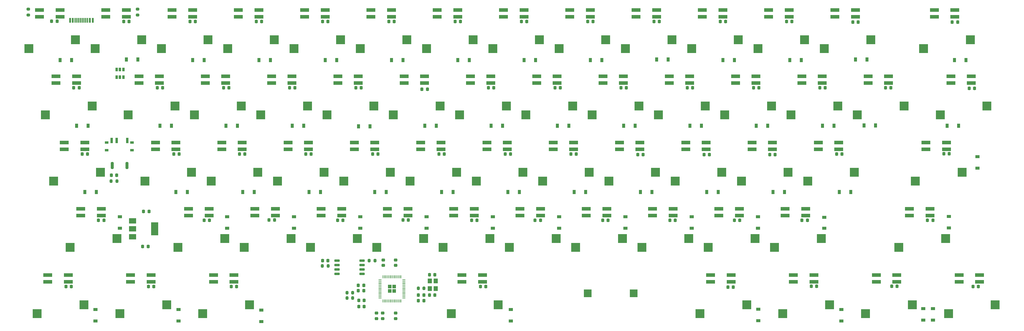
<source format=gbp>
%TF.GenerationSoftware,KiCad,Pcbnew,(6.0.7)*%
%TF.CreationDate,2022-09-11T22:15:23-05:00*%
%TF.ProjectId,PyKey60,50794b65-7936-4302-9e6b-696361645f70,1.1*%
%TF.SameCoordinates,Original*%
%TF.FileFunction,Paste,Bot*%
%TF.FilePolarity,Positive*%
%FSLAX46Y46*%
G04 Gerber Fmt 4.6, Leading zero omitted, Abs format (unit mm)*
G04 Created by KiCad (PCBNEW (6.0.7)) date 2022-09-11 22:15:23*
%MOMM*%
%LPD*%
G01*
G04 APERTURE LIST*
G04 Aperture macros list*
%AMRoundRect*
0 Rectangle with rounded corners*
0 $1 Rounding radius*
0 $2 $3 $4 $5 $6 $7 $8 $9 X,Y pos of 4 corners*
0 Add a 4 corners polygon primitive as box body*
4,1,4,$2,$3,$4,$5,$6,$7,$8,$9,$2,$3,0*
0 Add four circle primitives for the rounded corners*
1,1,$1+$1,$2,$3*
1,1,$1+$1,$4,$5*
1,1,$1+$1,$6,$7*
1,1,$1+$1,$8,$9*
0 Add four rect primitives between the rounded corners*
20,1,$1+$1,$2,$3,$4,$5,0*
20,1,$1+$1,$4,$5,$6,$7,0*
20,1,$1+$1,$6,$7,$8,$9,0*
20,1,$1+$1,$8,$9,$2,$3,0*%
G04 Aperture macros list end*
%ADD10R,2.550000X2.500000*%
%ADD11R,2.500000X1.100000*%
%ADD12R,0.900000X1.200000*%
%ADD13R,1.200000X0.900000*%
%ADD14R,0.600000X1.450000*%
%ADD15R,0.300000X1.450000*%
%ADD16RoundRect,0.200000X0.275000X-0.200000X0.275000X0.200000X-0.275000X0.200000X-0.275000X-0.200000X0*%
%ADD17RoundRect,0.250000X-0.292217X0.292217X-0.292217X-0.292217X0.292217X-0.292217X0.292217X0.292217X0*%
%ADD18RoundRect,0.050000X-0.050000X0.387500X-0.050000X-0.387500X0.050000X-0.387500X0.050000X0.387500X0*%
%ADD19RoundRect,0.050000X-0.387500X0.050000X-0.387500X-0.050000X0.387500X-0.050000X0.387500X0.050000X0*%
%ADD20R,0.650000X1.060000*%
%ADD21RoundRect,0.150000X0.650000X0.150000X-0.650000X0.150000X-0.650000X-0.150000X0.650000X-0.150000X0*%
%ADD22RoundRect,0.225000X0.225000X0.250000X-0.225000X0.250000X-0.225000X-0.250000X0.225000X-0.250000X0*%
%ADD23RoundRect,0.225000X-0.225000X-0.250000X0.225000X-0.250000X0.225000X0.250000X-0.225000X0.250000X0*%
%ADD24RoundRect,0.225000X0.250000X-0.225000X0.250000X0.225000X-0.250000X0.225000X-0.250000X-0.225000X0*%
%ADD25RoundRect,0.225000X-0.250000X0.225000X-0.250000X-0.225000X0.250000X-0.225000X0.250000X0.225000X0*%
%ADD26RoundRect,0.200000X-0.200000X-0.275000X0.200000X-0.275000X0.200000X0.275000X-0.200000X0.275000X0*%
%ADD27RoundRect,0.200000X0.200000X0.275000X-0.200000X0.275000X-0.200000X-0.275000X0.200000X-0.275000X0*%
%ADD28RoundRect,0.200000X-0.200000X-0.800000X0.200000X-0.800000X0.200000X0.800000X-0.200000X0.800000X0*%
%ADD29R,1.200000X1.400000*%
%ADD30R,1.000000X0.800000*%
%ADD31R,0.700000X1.500000*%
%ADD32RoundRect,0.218750X0.218750X0.256250X-0.218750X0.256250X-0.218750X-0.256250X0.218750X-0.256250X0*%
%ADD33R,2.000000X1.500000*%
%ADD34R,2.000000X3.800000*%
%ADD35R,2.200000X2.200000*%
G04 APERTURE END LIST*
D10*
%TO.C,U1*%
X78847500Y-76360000D03*
X65422500Y-78900000D03*
D11*
X68487500Y-67820000D03*
X68487500Y-69720000D03*
X74387500Y-67820000D03*
X74387500Y-69720000D03*
%TD*%
D10*
%TO.C,U2*%
X97897500Y-76360000D03*
X84472500Y-78900000D03*
D11*
X87537500Y-67820000D03*
X87537500Y-69720000D03*
X93437500Y-67820000D03*
X93437500Y-69720000D03*
%TD*%
D10*
%TO.C,U3*%
X116948000Y-76360000D03*
X103523000Y-78900000D03*
D11*
X106588000Y-67820000D03*
X106588000Y-69720000D03*
X112488000Y-67820000D03*
X112488000Y-69720000D03*
%TD*%
D10*
%TO.C,U4*%
X135998000Y-76360000D03*
X122573000Y-78900000D03*
D11*
X125638000Y-67820000D03*
X125638000Y-69720000D03*
X131538000Y-67820000D03*
X131538000Y-69720000D03*
%TD*%
D10*
%TO.C,U5*%
X155048000Y-76360000D03*
X141623000Y-78900000D03*
D11*
X144688000Y-67820000D03*
X144688000Y-69720000D03*
X150588000Y-67820000D03*
X150588000Y-69720000D03*
%TD*%
D10*
%TO.C,U6*%
X174098000Y-76360000D03*
X160673000Y-78900000D03*
D11*
X163738000Y-67820000D03*
X163738000Y-69720000D03*
X169638000Y-67820000D03*
X169638000Y-69720000D03*
%TD*%
D10*
%TO.C,U7*%
X193148000Y-76360000D03*
X179723000Y-78900000D03*
D11*
X182788000Y-67820000D03*
X182788000Y-69720000D03*
X188688000Y-67820000D03*
X188688000Y-69720000D03*
%TD*%
D10*
%TO.C,U8*%
X212198000Y-76360000D03*
X198773000Y-78900000D03*
D11*
X201838000Y-67820000D03*
X201838000Y-69720000D03*
X207738000Y-67820000D03*
X207738000Y-69720000D03*
%TD*%
D10*
%TO.C,U9*%
X231248000Y-76360000D03*
X217823000Y-78900000D03*
D11*
X220888000Y-67820000D03*
X220888000Y-69720000D03*
X226788000Y-67820000D03*
X226788000Y-69720000D03*
%TD*%
D10*
%TO.C,U10*%
X250298000Y-76360000D03*
X236873000Y-78900000D03*
D11*
X239938000Y-67820000D03*
X239938000Y-69720000D03*
X245838000Y-67820000D03*
X245838000Y-69720000D03*
%TD*%
D10*
%TO.C,U11*%
X269348000Y-76360000D03*
X255923000Y-78900000D03*
D11*
X258988000Y-67820000D03*
X258988000Y-69720000D03*
X264888000Y-67820000D03*
X264888000Y-69720000D03*
%TD*%
D10*
%TO.C,U12*%
X288398000Y-76360000D03*
X274973000Y-78900000D03*
D11*
X278038000Y-67820000D03*
X278038000Y-69720000D03*
X283938000Y-67820000D03*
X283938000Y-69720000D03*
%TD*%
D10*
%TO.C,U13*%
X307448000Y-76360000D03*
X294023000Y-78900000D03*
D11*
X297088000Y-67820000D03*
X297088000Y-69720000D03*
X302988000Y-67820000D03*
X302988000Y-69720000D03*
%TD*%
D10*
%TO.C,U14*%
X336023000Y-76360000D03*
X322598000Y-78900000D03*
D11*
X325663000Y-67820000D03*
X325663000Y-69720000D03*
X331563000Y-67820000D03*
X331563000Y-69720000D03*
%TD*%
D10*
%TO.C,U15*%
X83610000Y-95410000D03*
X70185000Y-97950000D03*
D11*
X73250000Y-86870000D03*
X73250000Y-88770000D03*
X79150000Y-86870000D03*
X79150000Y-88770000D03*
%TD*%
D10*
%TO.C,U16*%
X107422000Y-95410000D03*
X93997000Y-97950000D03*
D11*
X97062000Y-86870000D03*
X97062000Y-88770000D03*
X102962000Y-86870000D03*
X102962000Y-88770000D03*
%TD*%
D10*
%TO.C,U17*%
X126472000Y-95410000D03*
X113047000Y-97950000D03*
D11*
X116112000Y-86870000D03*
X116112000Y-88770000D03*
X122012000Y-86870000D03*
X122012000Y-88770000D03*
%TD*%
D10*
%TO.C,U18*%
X145522000Y-95410000D03*
X132097000Y-97950000D03*
D11*
X135162000Y-86870000D03*
X135162000Y-88770000D03*
X141062000Y-86870000D03*
X141062000Y-88770000D03*
%TD*%
D10*
%TO.C,U19*%
X164572000Y-95410000D03*
X151147000Y-97950000D03*
D11*
X154212000Y-86870000D03*
X154212000Y-88770000D03*
X160112000Y-86870000D03*
X160112000Y-88770000D03*
%TD*%
D10*
%TO.C,U21*%
X202672000Y-95410000D03*
X189247000Y-97950000D03*
D11*
X192312000Y-86870000D03*
X192312000Y-88770000D03*
X198212000Y-86870000D03*
X198212000Y-88770000D03*
%TD*%
D10*
%TO.C,U22*%
X221722000Y-95410000D03*
X208297000Y-97950000D03*
D11*
X211362000Y-86870000D03*
X211362000Y-88770000D03*
X217262000Y-86870000D03*
X217262000Y-88770000D03*
%TD*%
D10*
%TO.C,U23*%
X240772000Y-95410000D03*
X227347000Y-97950000D03*
D11*
X230412000Y-86870000D03*
X230412000Y-88770000D03*
X236312000Y-86870000D03*
X236312000Y-88770000D03*
%TD*%
D10*
%TO.C,U25*%
X278872000Y-95410000D03*
X265447000Y-97950000D03*
D11*
X268512000Y-86870000D03*
X268512000Y-88770000D03*
X274412000Y-86870000D03*
X274412000Y-88770000D03*
%TD*%
D10*
%TO.C,U26*%
X297922000Y-95410000D03*
X284497000Y-97950000D03*
D11*
X287562000Y-86870000D03*
X287562000Y-88770000D03*
X293462000Y-86870000D03*
X293462000Y-88770000D03*
%TD*%
D10*
%TO.C,U27*%
X316972000Y-95410000D03*
X303547000Y-97950000D03*
D11*
X306612000Y-86870000D03*
X306612000Y-88770000D03*
X312512000Y-86870000D03*
X312512000Y-88770000D03*
%TD*%
D10*
%TO.C,U28*%
X340785000Y-95410000D03*
X327360000Y-97950000D03*
D11*
X330425000Y-86870000D03*
X330425000Y-88770000D03*
X336325000Y-86870000D03*
X336325000Y-88770000D03*
%TD*%
D10*
%TO.C,U29*%
X85992500Y-114460000D03*
X72567500Y-117000000D03*
D11*
X75632500Y-105920000D03*
X75632500Y-107820000D03*
X81532500Y-105920000D03*
X81532500Y-107820000D03*
%TD*%
D10*
%TO.C,U30*%
X112185000Y-114460000D03*
X98760000Y-117000000D03*
D11*
X101825000Y-105920000D03*
X101825000Y-107820000D03*
X107725000Y-105920000D03*
X107725000Y-107820000D03*
%TD*%
D10*
%TO.C,U31*%
X131235000Y-114460000D03*
X117810000Y-117000000D03*
D11*
X120875000Y-105920000D03*
X120875000Y-107820000D03*
X126775000Y-105920000D03*
X126775000Y-107820000D03*
%TD*%
D10*
%TO.C,U32*%
X150285000Y-114460000D03*
X136860000Y-117000000D03*
D11*
X139925000Y-105920000D03*
X139925000Y-107820000D03*
X145825000Y-105920000D03*
X145825000Y-107820000D03*
%TD*%
D10*
%TO.C,U33*%
X169335000Y-114460000D03*
X155910000Y-117000000D03*
D11*
X158975000Y-105920000D03*
X158975000Y-107820000D03*
X164875000Y-105920000D03*
X164875000Y-107820000D03*
%TD*%
D10*
%TO.C,U34*%
X188385000Y-114460000D03*
X174960000Y-117000000D03*
D11*
X178025000Y-105920000D03*
X178025000Y-107820000D03*
X183925000Y-105920000D03*
X183925000Y-107820000D03*
%TD*%
D10*
%TO.C,U35*%
X207435000Y-114460000D03*
X194010000Y-117000000D03*
D11*
X197075000Y-105920000D03*
X197075000Y-107820000D03*
X202975000Y-105920000D03*
X202975000Y-107820000D03*
%TD*%
D10*
%TO.C,U36*%
X226485000Y-114460000D03*
X213060000Y-117000000D03*
D11*
X216125000Y-105920000D03*
X216125000Y-107820000D03*
X222025000Y-105920000D03*
X222025000Y-107820000D03*
%TD*%
D10*
%TO.C,U37*%
X245535000Y-114460000D03*
X232110000Y-117000000D03*
D11*
X235175000Y-105920000D03*
X235175000Y-107820000D03*
X241075000Y-105920000D03*
X241075000Y-107820000D03*
%TD*%
D10*
%TO.C,U38*%
X264585000Y-114460000D03*
X251160000Y-117000000D03*
D11*
X254225000Y-105920000D03*
X254225000Y-107820000D03*
X260125000Y-105920000D03*
X260125000Y-107820000D03*
%TD*%
D10*
%TO.C,U39*%
X283635000Y-114460000D03*
X270210000Y-117000000D03*
D11*
X273275000Y-105920000D03*
X273275000Y-107820000D03*
X279175000Y-105920000D03*
X279175000Y-107820000D03*
%TD*%
D10*
%TO.C,U40*%
X302685000Y-114460000D03*
X289260000Y-117000000D03*
D11*
X292325000Y-105920000D03*
X292325000Y-107820000D03*
X298225000Y-105920000D03*
X298225000Y-107820000D03*
%TD*%
D10*
%TO.C,U41*%
X333641000Y-114460000D03*
X320216000Y-117000000D03*
D11*
X323281000Y-105920000D03*
X323281000Y-107820000D03*
X329181000Y-105920000D03*
X329181000Y-107820000D03*
%TD*%
D10*
%TO.C,U42*%
X90722000Y-133510000D03*
X77297000Y-136050000D03*
D11*
X80362000Y-124970000D03*
X80362000Y-126870000D03*
X86262000Y-124970000D03*
X86262000Y-126870000D03*
%TD*%
D10*
%TO.C,U43*%
X121710000Y-133510000D03*
X108285000Y-136050000D03*
D11*
X111350000Y-124970000D03*
X111350000Y-126870000D03*
X117250000Y-124970000D03*
X117250000Y-126870000D03*
%TD*%
D10*
%TO.C,U44*%
X140760000Y-133510000D03*
X127335000Y-136050000D03*
D11*
X130400000Y-124970000D03*
X130400000Y-126870000D03*
X136300000Y-124970000D03*
X136300000Y-126870000D03*
%TD*%
D10*
%TO.C,U45*%
X159810000Y-133510000D03*
X146385000Y-136050000D03*
D11*
X149450000Y-124970000D03*
X149450000Y-126870000D03*
X155350000Y-124970000D03*
X155350000Y-126870000D03*
%TD*%
D10*
%TO.C,U46*%
X178860000Y-133510000D03*
X165435000Y-136050000D03*
D11*
X168500000Y-124970000D03*
X168500000Y-126870000D03*
X174400000Y-124970000D03*
X174400000Y-126870000D03*
%TD*%
D10*
%TO.C,U47*%
X197910000Y-133510000D03*
X184485000Y-136050000D03*
D11*
X187550000Y-124970000D03*
X187550000Y-126870000D03*
X193450000Y-124970000D03*
X193450000Y-126870000D03*
%TD*%
D10*
%TO.C,U48*%
X216960000Y-133510000D03*
X203535000Y-136050000D03*
D11*
X206600000Y-124970000D03*
X206600000Y-126870000D03*
X212500000Y-124970000D03*
X212500000Y-126870000D03*
%TD*%
D10*
%TO.C,U49*%
X236010000Y-133510000D03*
X222585000Y-136050000D03*
D11*
X225650000Y-124970000D03*
X225650000Y-126870000D03*
X231550000Y-124970000D03*
X231550000Y-126870000D03*
%TD*%
D10*
%TO.C,U50*%
X255060000Y-133510000D03*
X241635000Y-136050000D03*
D11*
X244700000Y-124970000D03*
X244700000Y-126870000D03*
X250600000Y-124970000D03*
X250600000Y-126870000D03*
%TD*%
D10*
%TO.C,U51*%
X274110000Y-133510000D03*
X260685000Y-136050000D03*
D11*
X263750000Y-124970000D03*
X263750000Y-126870000D03*
X269650000Y-124970000D03*
X269650000Y-126870000D03*
%TD*%
D10*
%TO.C,U52*%
X293160000Y-133510000D03*
X279735000Y-136050000D03*
D11*
X282800000Y-124970000D03*
X282800000Y-126870000D03*
X288700000Y-124970000D03*
X288700000Y-126870000D03*
%TD*%
D10*
%TO.C,U53*%
X328879000Y-133510000D03*
X315454000Y-136050000D03*
D11*
X318519000Y-124970000D03*
X318519000Y-126870000D03*
X324419000Y-124970000D03*
X324419000Y-126870000D03*
%TD*%
D10*
%TO.C,U54*%
X81228800Y-152560000D03*
X67803800Y-155100000D03*
D11*
X70868800Y-144020000D03*
X70868800Y-145920000D03*
X76768800Y-144020000D03*
X76768800Y-145920000D03*
%TD*%
D10*
%TO.C,U55*%
X105041200Y-152560000D03*
X91616200Y-155100000D03*
D11*
X94681200Y-144020000D03*
X94681200Y-145920000D03*
X100581200Y-144020000D03*
X100581200Y-145920000D03*
%TD*%
D10*
%TO.C,U56*%
X128854000Y-152560000D03*
X115429000Y-155100000D03*
D11*
X118494000Y-144020000D03*
X118494000Y-145920000D03*
X124394000Y-144020000D03*
X124394000Y-145920000D03*
%TD*%
D10*
%TO.C,U57*%
X200291000Y-152560000D03*
X186866000Y-155100000D03*
D11*
X189931000Y-144020000D03*
X189931000Y-145920000D03*
X195831000Y-144020000D03*
X195831000Y-145920000D03*
%TD*%
D10*
%TO.C,U58*%
X271729000Y-152560000D03*
X258304000Y-155100000D03*
D11*
X261369000Y-144020000D03*
X261369000Y-145920000D03*
X267269000Y-144020000D03*
X267269000Y-145920000D03*
%TD*%
D10*
%TO.C,U59*%
X295541000Y-152560000D03*
X282116000Y-155100000D03*
D11*
X285181000Y-144020000D03*
X285181000Y-145920000D03*
X291081000Y-144020000D03*
X291081000Y-145920000D03*
%TD*%
D10*
%TO.C,U60*%
X319341000Y-152560000D03*
X305916000Y-155100000D03*
D11*
X308981000Y-144020000D03*
X308981000Y-145920000D03*
X314881000Y-144020000D03*
X314881000Y-145920000D03*
%TD*%
D10*
%TO.C,U61*%
X343154000Y-152560000D03*
X329729000Y-155100000D03*
D11*
X332794000Y-144020000D03*
X332794000Y-145920000D03*
X338694000Y-144020000D03*
X338694000Y-145920000D03*
%TD*%
D10*
%TO.C,U20*%
X183622000Y-95410000D03*
X170197000Y-97950000D03*
D11*
X173262000Y-86870000D03*
X173262000Y-88770000D03*
X179162000Y-86870000D03*
X179162000Y-88770000D03*
%TD*%
D10*
%TO.C,U24*%
X259822000Y-95410000D03*
X246397000Y-97950000D03*
D11*
X249462000Y-86870000D03*
X249462000Y-88770000D03*
X255362000Y-86870000D03*
X255362000Y-88770000D03*
%TD*%
D12*
%TO.C,D1*%
X74424000Y-82202000D03*
X77724000Y-82202000D03*
%TD*%
%TO.C,D2*%
X93473000Y-82075000D03*
X96773000Y-82075000D03*
%TD*%
%TO.C,D3*%
X112524000Y-82202000D03*
X115824000Y-82202000D03*
%TD*%
%TO.C,D4*%
X131574000Y-82202000D03*
X134874000Y-82202000D03*
%TD*%
%TO.C,D5*%
X150623000Y-82202000D03*
X153923000Y-82202000D03*
%TD*%
%TO.C,D6*%
X169674000Y-82202000D03*
X172974000Y-82202000D03*
%TD*%
%TO.C,D7*%
X188724000Y-82202000D03*
X192024000Y-82202000D03*
%TD*%
%TO.C,D8*%
X207774000Y-82202000D03*
X211074000Y-82202000D03*
%TD*%
%TO.C,D9*%
X226824000Y-82202000D03*
X230124000Y-82202000D03*
%TD*%
%TO.C,D10*%
X245874000Y-82075000D03*
X249174000Y-82075000D03*
%TD*%
%TO.C,D11*%
X264924000Y-82202000D03*
X268224000Y-82202000D03*
%TD*%
%TO.C,D12*%
X284101000Y-82202000D03*
X287401000Y-82202000D03*
%TD*%
%TO.C,D13*%
X303024000Y-82075000D03*
X306324000Y-82075000D03*
%TD*%
%TO.C,D14*%
X331472000Y-82202000D03*
X334772000Y-82202000D03*
%TD*%
%TO.C,D15*%
X79122000Y-101125000D03*
X82422000Y-101125000D03*
%TD*%
%TO.C,D16*%
X103126000Y-101125000D03*
X106426000Y-101125000D03*
%TD*%
%TO.C,D17*%
X122049000Y-101125000D03*
X125349000Y-101125000D03*
%TD*%
%TO.C,D18*%
X141099000Y-101125000D03*
X144399000Y-101125000D03*
%TD*%
%TO.C,D19*%
X160149000Y-101252000D03*
X163449000Y-101252000D03*
%TD*%
%TO.C,D20*%
X179199000Y-101125000D03*
X182499000Y-101125000D03*
%TD*%
%TO.C,D21*%
X198249000Y-101125000D03*
X201549000Y-101125000D03*
%TD*%
%TO.C,D22*%
X217299000Y-101125000D03*
X220599000Y-101125000D03*
%TD*%
%TO.C,D23*%
X236349000Y-101125000D03*
X239649000Y-101125000D03*
%TD*%
%TO.C,D24*%
X255398000Y-101125000D03*
X258698000Y-101125000D03*
%TD*%
%TO.C,D25*%
X274448000Y-101125000D03*
X277748000Y-101125000D03*
%TD*%
%TO.C,D26*%
X293499000Y-101125000D03*
X296799000Y-101125000D03*
%TD*%
%TO.C,D27*%
X305436000Y-100998000D03*
X308736000Y-100998000D03*
%TD*%
%TO.C,D28*%
X329313000Y-101125000D03*
X332613000Y-101125000D03*
%TD*%
%TO.C,D29*%
X81536000Y-120175000D03*
X84836000Y-120175000D03*
%TD*%
%TO.C,D30*%
X107698000Y-120175000D03*
X110998000Y-120175000D03*
%TD*%
%TO.C,D31*%
X126875000Y-120175000D03*
X130175000Y-120175000D03*
%TD*%
%TO.C,D32*%
X145924000Y-120175000D03*
X149224000Y-120175000D03*
%TD*%
%TO.C,D33*%
X164848000Y-120175000D03*
X168148000Y-120175000D03*
%TD*%
%TO.C,D34*%
X184025000Y-120175000D03*
X187325000Y-120175000D03*
%TD*%
%TO.C,D35*%
X203075000Y-120175000D03*
X206375000Y-120175000D03*
%TD*%
%TO.C,D36*%
X222125000Y-120175000D03*
X225425000Y-120175000D03*
%TD*%
%TO.C,D37*%
X241175000Y-120175000D03*
X244475000Y-120175000D03*
%TD*%
%TO.C,D38*%
X260225000Y-120175000D03*
X263525000Y-120175000D03*
%TD*%
%TO.C,D39*%
X279275000Y-120175000D03*
X282575000Y-120175000D03*
%TD*%
%TO.C,D40*%
X298325000Y-120175000D03*
X301625000Y-120175000D03*
%TD*%
D13*
%TO.C,D41*%
X338074000Y-113316000D03*
X338074000Y-110016000D03*
%TD*%
%TO.C,D42*%
X91567000Y-127289000D03*
X91567000Y-130589000D03*
%TD*%
%TO.C,D43*%
X122428000Y-127289000D03*
X122428000Y-130589000D03*
%TD*%
%TO.C,D44*%
X141605000Y-127289000D03*
X141605000Y-130589000D03*
%TD*%
%TO.C,D45*%
X160655000Y-127289000D03*
X160655000Y-130589000D03*
%TD*%
%TO.C,D46*%
X179705000Y-127289000D03*
X179705000Y-130589000D03*
%TD*%
%TO.C,D47*%
X198755000Y-127289000D03*
X198755000Y-130589000D03*
%TD*%
%TO.C,D48*%
X217805000Y-127289000D03*
X217805000Y-130589000D03*
%TD*%
%TO.C,D49*%
X236855000Y-127288000D03*
X236855000Y-130588000D03*
%TD*%
%TO.C,D50*%
X255905000Y-127289000D03*
X255905000Y-130589000D03*
%TD*%
%TO.C,D51*%
X274955000Y-127289000D03*
X274955000Y-130588000D03*
%TD*%
%TO.C,D52*%
X294005000Y-127416000D03*
X294005000Y-130588000D03*
%TD*%
%TO.C,D53*%
X329819000Y-127160000D03*
X329819000Y-130460000D03*
%TD*%
%TO.C,D54*%
X84582000Y-157258000D03*
X84582000Y-153958000D03*
%TD*%
%TO.C,D55*%
X108458000Y-157258000D03*
X108458000Y-153958000D03*
%TD*%
%TO.C,D56*%
X132207000Y-157385000D03*
X132207000Y-154085000D03*
%TD*%
%TO.C,D57*%
X203962000Y-157258000D03*
X203962000Y-153958000D03*
%TD*%
%TO.C,D58*%
X275082000Y-157131000D03*
X275082000Y-153831000D03*
%TD*%
%TO.C,D59*%
X298958000Y-157258000D03*
X298958000Y-153958000D03*
%TD*%
%TO.C,D60*%
X322453000Y-157004000D03*
X322453000Y-153704000D03*
%TD*%
%TO.C,D61*%
X325247000Y-157004000D03*
X325247000Y-153704000D03*
%TD*%
D14*
%TO.C,J1*%
X77268000Y-70753000D03*
X78068000Y-70753000D03*
D15*
X79268000Y-70753000D03*
X80268000Y-70753000D03*
X80768000Y-70753000D03*
X81768000Y-70753000D03*
D14*
X82968000Y-70753000D03*
X83768000Y-70753000D03*
X83768000Y-70753000D03*
X82968000Y-70753000D03*
D15*
X82268000Y-70753000D03*
X81268000Y-70753000D03*
X79768000Y-70753000D03*
X78768000Y-70753000D03*
D14*
X78068000Y-70753000D03*
X77268000Y-70753000D03*
%TD*%
D16*
%TO.C,R1*%
X65278000Y-69247000D03*
X65278000Y-67597000D03*
%TD*%
%TO.C,R2*%
X96647000Y-69247000D03*
X96647000Y-67597000D03*
%TD*%
D17*
%TO.C,U62*%
X169161500Y-147350500D03*
X170436500Y-148625500D03*
X170436500Y-147350500D03*
X169161500Y-148625500D03*
D18*
X167199000Y-144550500D03*
X167599000Y-144550500D03*
X167999000Y-144550500D03*
X168399000Y-144550500D03*
X168799000Y-144550500D03*
X169199000Y-144550500D03*
X169599000Y-144550500D03*
X169999000Y-144550500D03*
X170399000Y-144550500D03*
X170799000Y-144550500D03*
X171199000Y-144550500D03*
X171599000Y-144550500D03*
X171999000Y-144550500D03*
X172399000Y-144550500D03*
D19*
X173236500Y-145388000D03*
X173236500Y-145788000D03*
X173236500Y-146188000D03*
X173236500Y-146588000D03*
X173236500Y-146988000D03*
X173236500Y-147388000D03*
X173236500Y-147788000D03*
X173236500Y-148188000D03*
X173236500Y-148588000D03*
X173236500Y-148988000D03*
X173236500Y-149388000D03*
X173236500Y-149788000D03*
X173236500Y-150188000D03*
X173236500Y-150588000D03*
D18*
X172399000Y-151425500D03*
X171999000Y-151425500D03*
X171599000Y-151425500D03*
X171199000Y-151425500D03*
X170799000Y-151425500D03*
X170399000Y-151425500D03*
X169999000Y-151425500D03*
X169599000Y-151425500D03*
X169199000Y-151425500D03*
X168799000Y-151425500D03*
X168399000Y-151425500D03*
X167999000Y-151425500D03*
X167599000Y-151425500D03*
X167199000Y-151425500D03*
D19*
X166361500Y-150588000D03*
X166361500Y-150188000D03*
X166361500Y-149788000D03*
X166361500Y-149388000D03*
X166361500Y-148988000D03*
X166361500Y-148588000D03*
X166361500Y-148188000D03*
X166361500Y-147788000D03*
X166361500Y-147388000D03*
X166361500Y-146988000D03*
X166361500Y-146588000D03*
X166361500Y-146188000D03*
X166361500Y-145788000D03*
X166361500Y-145388000D03*
%TD*%
D20*
%TO.C,U63*%
X90683000Y-84955000D03*
X91633000Y-84955000D03*
X92583000Y-84955000D03*
X92583000Y-87155000D03*
X91633000Y-87155000D03*
X90683000Y-87155000D03*
%TD*%
D21*
%TO.C,U64*%
X161207000Y-139860000D03*
X161207000Y-141130000D03*
X161207000Y-142400000D03*
X161207000Y-143670000D03*
X154007000Y-143670000D03*
X154007000Y-142400000D03*
X154007000Y-141130000D03*
X154007000Y-139860000D03*
%TD*%
D22*
%TO.C,C1*%
X161671000Y-146972000D03*
X160121000Y-146972000D03*
%TD*%
D23*
%TO.C,C2*%
X177393000Y-151417000D03*
X178943000Y-151417000D03*
%TD*%
D24*
%TO.C,C3*%
X167259000Y-141257000D03*
X167259000Y-139707000D03*
%TD*%
D25*
%TO.C,C4*%
X165354000Y-154960000D03*
X165354000Y-156510000D03*
%TD*%
D22*
%TO.C,C5*%
X151397000Y-139860000D03*
X149847000Y-139860000D03*
%TD*%
D25*
%TO.C,C6*%
X167132000Y-154973000D03*
X167132000Y-156523000D03*
%TD*%
D22*
%TO.C,C7*%
X161671000Y-148496000D03*
X160121000Y-148496000D03*
%TD*%
D25*
%TO.C,C9*%
X170815000Y-154973000D03*
X170815000Y-156523000D03*
%TD*%
D22*
%TO.C,C10*%
X161811000Y-151290000D03*
X160261000Y-151290000D03*
%TD*%
%TO.C,C11*%
X161811000Y-153068000D03*
X160261000Y-153068000D03*
%TD*%
%TO.C,C12*%
X182131000Y-143924000D03*
X180581000Y-143924000D03*
%TD*%
D23*
%TO.C,C13*%
X180581000Y-149766000D03*
X182131000Y-149766000D03*
%TD*%
%TO.C,C14*%
X177393000Y-149766000D03*
X178943000Y-149766000D03*
%TD*%
D26*
%TO.C,R3*%
X156846000Y-149131000D03*
X158496000Y-149131000D03*
%TD*%
%TO.C,R4*%
X156846000Y-150655000D03*
X158496000Y-150655000D03*
%TD*%
%TO.C,R5*%
X177356000Y-147861000D03*
X179006000Y-147861000D03*
%TD*%
%TO.C,R6*%
X163259000Y-139860000D03*
X164909000Y-139860000D03*
%TD*%
D27*
%TO.C,R7*%
X151447000Y-141384000D03*
X149797000Y-141384000D03*
%TD*%
D28*
%TO.C,SW1*%
X89399000Y-112555000D03*
X93599000Y-112555000D03*
%TD*%
D29*
%TO.C,Y1*%
X182333000Y-145745000D03*
X182333000Y-147945000D03*
X180633000Y-147945000D03*
X180633000Y-145745000D03*
%TD*%
D24*
%TO.C,C8*%
X170815000Y-141257000D03*
X170815000Y-139707000D03*
%TD*%
D30*
%TO.C,SW2*%
X95090000Y-105933000D03*
X87790000Y-108143000D03*
X95090000Y-108143000D03*
X87790000Y-105933000D03*
D31*
X93690000Y-105283000D03*
X90690000Y-105283000D03*
X89190000Y-105283000D03*
%TD*%
D32*
%TO.C,D62*%
X90703500Y-115349000D03*
X89128500Y-115349000D03*
%TD*%
D26*
%TO.C,R8*%
X89091000Y-117000000D03*
X90741000Y-117000000D03*
%TD*%
D23*
%TO.C,C15*%
X98399000Y-125763000D03*
X99949000Y-125763000D03*
%TD*%
D22*
%TO.C,C16*%
X99708000Y-135796000D03*
X98158000Y-135796000D03*
%TD*%
D33*
%TO.C,U65*%
X95275000Y-133016000D03*
X95275000Y-130716000D03*
D34*
X101575000Y-130716000D03*
D33*
X95275000Y-128416000D03*
%TD*%
D35*
%TO.C,LS1*%
X226064000Y-149258000D03*
X239264000Y-149258000D03*
%TD*%
D22*
%TO.C,C17*%
X125121000Y-147353000D03*
X123571000Y-147353000D03*
%TD*%
%TO.C,C18*%
X127534000Y-109253000D03*
X125984000Y-109253000D03*
%TD*%
%TO.C,C19*%
X299111000Y-109253000D03*
X297561000Y-109253000D03*
%TD*%
%TO.C,C20*%
X77623000Y-147353000D03*
X76073000Y-147353000D03*
%TD*%
%TO.C,C21*%
X108611000Y-109253000D03*
X107061000Y-109253000D03*
%TD*%
%TO.C,C23*%
X314973000Y-147226000D03*
X313423000Y-147226000D03*
%TD*%
D23*
%TO.C,C24*%
X85445000Y-128303000D03*
X86995000Y-128303000D03*
%TD*%
D22*
%TO.C,C25*%
X337211000Y-90330000D03*
X335661000Y-90330000D03*
%TD*%
%TO.C,C26*%
X103899000Y-90203000D03*
X102349000Y-90203000D03*
%TD*%
%TO.C,C27*%
X291846000Y-147226000D03*
X290296000Y-147226000D03*
%TD*%
%TO.C,C28*%
X267869000Y-147480000D03*
X266319000Y-147480000D03*
%TD*%
%TO.C,C29*%
X329972000Y-109126000D03*
X328422000Y-109126000D03*
%TD*%
%TO.C,C30*%
X117374000Y-128303000D03*
X115824000Y-128303000D03*
%TD*%
%TO.C,C31*%
X338354000Y-147353000D03*
X336804000Y-147353000D03*
%TD*%
%TO.C,C32*%
X101372000Y-147353000D03*
X99822000Y-147353000D03*
%TD*%
%TO.C,C33*%
X170434000Y-71153000D03*
X168884000Y-71153000D03*
%TD*%
%TO.C,C34*%
X269774000Y-128303000D03*
X268224000Y-128303000D03*
%TD*%
%TO.C,C35*%
X279934000Y-109380000D03*
X278384000Y-109380000D03*
%TD*%
%TO.C,C36*%
X325247000Y-128303000D03*
X323697000Y-128303000D03*
%TD*%
%TO.C,C37*%
X136017000Y-128176000D03*
X134467000Y-128176000D03*
%TD*%
%TO.C,C38*%
X313208000Y-90203000D03*
X311658000Y-90203000D03*
%TD*%
%TO.C,C39*%
X151397000Y-71153000D03*
X149847000Y-71153000D03*
%TD*%
%TO.C,C40*%
X82322000Y-109253000D03*
X80772000Y-109253000D03*
%TD*%
%TO.C,C41*%
X73546000Y-71026000D03*
X71996000Y-71026000D03*
%TD*%
%TO.C,C42*%
X196749000Y-147353000D03*
X195199000Y-147353000D03*
%TD*%
%TO.C,C43*%
X251232000Y-128303000D03*
X249682000Y-128303000D03*
%TD*%
%TO.C,C44*%
X294285000Y-90203000D03*
X292735000Y-90203000D03*
%TD*%
%TO.C,C45*%
X174498000Y-128176000D03*
X172948000Y-128176000D03*
%TD*%
%TO.C,C46*%
X122962000Y-90203000D03*
X121412000Y-90203000D03*
%TD*%
%TO.C,C47*%
X94247000Y-71153000D03*
X92697000Y-71153000D03*
%TD*%
%TO.C,C48*%
X155728000Y-128303000D03*
X154178000Y-128303000D03*
%TD*%
%TO.C,C49*%
X189510000Y-71153000D03*
X187960000Y-71153000D03*
%TD*%
%TO.C,C50*%
X231928000Y-128303000D03*
X230378000Y-128303000D03*
%TD*%
%TO.C,C51*%
X212484000Y-128303000D03*
X210934000Y-128303000D03*
%TD*%
%TO.C,C52*%
X275235000Y-90203000D03*
X273685000Y-90203000D03*
%TD*%
%TO.C,C53*%
X165761000Y-109253000D03*
X164211000Y-109253000D03*
%TD*%
%TO.C,C54*%
X141885000Y-90203000D03*
X140335000Y-90203000D03*
%TD*%
%TO.C,C55*%
X132334000Y-71153000D03*
X130784000Y-71153000D03*
%TD*%
%TO.C,C56*%
X194209000Y-128303000D03*
X192659000Y-128303000D03*
%TD*%
%TO.C,C57*%
X208534000Y-71153000D03*
X206984000Y-71153000D03*
%TD*%
%TO.C,C58*%
X261011000Y-109380000D03*
X259461000Y-109380000D03*
%TD*%
%TO.C,C59*%
X241961000Y-109380000D03*
X240411000Y-109380000D03*
%TD*%
%TO.C,C60*%
X179972000Y-90584000D03*
X178422000Y-90584000D03*
%TD*%
%TO.C,C61*%
X146584000Y-109253000D03*
X145034000Y-109253000D03*
%TD*%
%TO.C,C62*%
X113284000Y-71153000D03*
X111734000Y-71153000D03*
%TD*%
%TO.C,C63*%
X160935000Y-90203000D03*
X159385000Y-90203000D03*
%TD*%
%TO.C,C64*%
X303784000Y-71280000D03*
X302234000Y-71280000D03*
%TD*%
%TO.C,C65*%
X227610000Y-71153000D03*
X226060000Y-71153000D03*
%TD*%
%TO.C,C66*%
X222784000Y-109253000D03*
X221234000Y-109253000D03*
%TD*%
%TO.C,C67*%
X184811000Y-109253000D03*
X183261000Y-109253000D03*
%TD*%
%TO.C,C68*%
X199035000Y-90203000D03*
X197485000Y-90203000D03*
%TD*%
%TO.C,C69*%
X284734000Y-71153000D03*
X283184000Y-71153000D03*
%TD*%
%TO.C,C70*%
X218212000Y-90203000D03*
X216662000Y-90203000D03*
%TD*%
%TO.C,C71*%
X332359000Y-71280000D03*
X330809000Y-71280000D03*
%TD*%
%TO.C,C72*%
X246634000Y-71153000D03*
X245084000Y-71153000D03*
%TD*%
%TO.C,C73*%
X203861000Y-109253000D03*
X202311000Y-109253000D03*
%TD*%
%TO.C,C74*%
X265684000Y-71153000D03*
X264134000Y-71153000D03*
%TD*%
%TO.C,C75*%
X256185000Y-90203000D03*
X254635000Y-90203000D03*
%TD*%
%TO.C,C76*%
X237135000Y-90203000D03*
X235585000Y-90203000D03*
%TD*%
%TO.C,C77*%
X79896000Y-90203000D03*
X78346000Y-90203000D03*
%TD*%
%TO.C,C22*%
X289192000Y-128303000D03*
X287642000Y-128303000D03*
%TD*%
M02*

</source>
